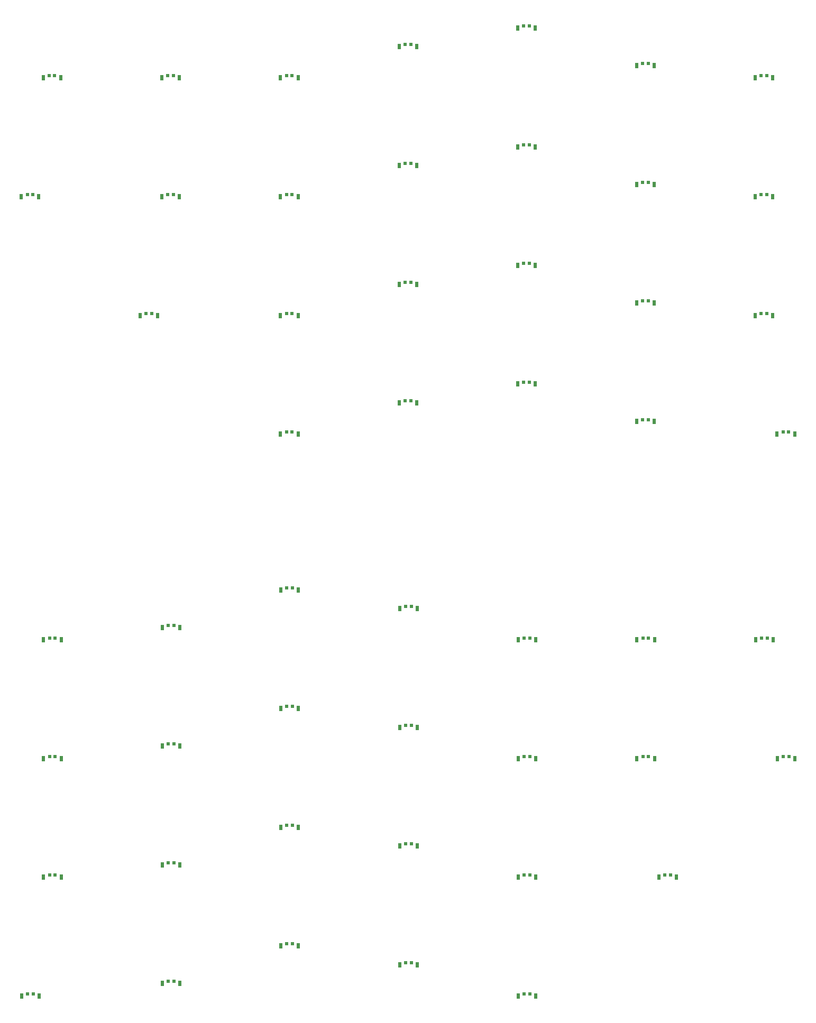
<source format=gbr>
%TF.GenerationSoftware,KiCad,Pcbnew,(6.0.6)*%
%TF.CreationDate,2022-09-05T11:06:27-07:00*%
%TF.ProjectId,Nour-Valkyrie,4e6f7572-2d56-4616-9c6b-797269652e6b,rev?*%
%TF.SameCoordinates,Original*%
%TF.FileFunction,Paste,Bot*%
%TF.FilePolarity,Positive*%
%FSLAX46Y46*%
G04 Gerber Fmt 4.6, Leading zero omitted, Abs format (unit mm)*
G04 Created by KiCad (PCBNEW (6.0.6)) date 2022-09-05 11:06:27*
%MOMM*%
%LPD*%
G01*
G04 APERTURE LIST*
%ADD10R,0.600000X0.900000*%
%ADD11R,0.600000X0.550000*%
G04 APERTURE END LIST*
D10*
%TO.C,D53*%
X150467000Y-206517000D03*
D11*
X149517000Y-206192000D03*
X148617000Y-206192000D03*
D10*
X147667000Y-206517000D03*
%TD*%
%TO.C,D61*%
X112467000Y-220517000D03*
D11*
X111517000Y-220192000D03*
X110617000Y-220192000D03*
D10*
X109667000Y-220517000D03*
%TD*%
%TO.C,D71*%
X55467000Y-187517000D03*
D11*
X54517000Y-187192000D03*
X53617000Y-187192000D03*
D10*
X52667000Y-187517000D03*
%TD*%
%TO.C,D64*%
X93467000Y-198517000D03*
D11*
X92517000Y-198192000D03*
X91617000Y-198192000D03*
D10*
X90667000Y-198517000D03*
%TD*%
%TO.C,D55*%
X131467000Y-187517000D03*
D11*
X130517000Y-187192000D03*
X129617000Y-187192000D03*
D10*
X128667000Y-187517000D03*
%TD*%
%TO.C,D9*%
X169400000Y-97500000D03*
D11*
X168450000Y-97175000D03*
X167550000Y-97175000D03*
D10*
X166600000Y-97500000D03*
%TD*%
%TO.C,D59*%
X112467000Y-182517000D03*
D11*
X111517000Y-182192000D03*
X110617000Y-182192000D03*
D10*
X109667000Y-182517000D03*
%TD*%
%TO.C,D68*%
X74467000Y-204517000D03*
D11*
X73517000Y-204192000D03*
X72617000Y-204192000D03*
D10*
X71667000Y-204517000D03*
%TD*%
%TO.C,D72*%
X55467000Y-206517000D03*
D11*
X54517000Y-206192000D03*
X53617000Y-206192000D03*
D10*
X52667000Y-206517000D03*
%TD*%
%TO.C,D74*%
X51967000Y-244517000D03*
D11*
X51017000Y-244192000D03*
X50117000Y-244192000D03*
D10*
X49167000Y-244517000D03*
%TD*%
%TO.C,D23*%
X112400000Y-130549000D03*
D11*
X111450000Y-130224000D03*
X110550000Y-130224000D03*
D10*
X109600000Y-130549000D03*
%TD*%
%TO.C,D56*%
X131467000Y-206517000D03*
D11*
X130517000Y-206192000D03*
X129617000Y-206192000D03*
D10*
X128667000Y-206517000D03*
%TD*%
%TO.C,D12*%
X172900000Y-154549000D03*
D11*
X171950000Y-154224000D03*
X171050000Y-154224000D03*
D10*
X170100000Y-154549000D03*
%TD*%
%TO.C,D26*%
X93400000Y-116549000D03*
D11*
X92450000Y-116224000D03*
X91550000Y-116224000D03*
D10*
X90600000Y-116549000D03*
%TD*%
%TO.C,D20*%
X131400000Y-146549000D03*
D11*
X130450000Y-146224000D03*
X129550000Y-146224000D03*
D10*
X128600000Y-146549000D03*
%TD*%
%TO.C,D62*%
X112467000Y-239517000D03*
D11*
X111517000Y-239192000D03*
X110617000Y-239192000D03*
D10*
X109667000Y-239517000D03*
%TD*%
%TO.C,D28*%
X93400000Y-154549000D03*
D11*
X92450000Y-154224000D03*
X91550000Y-154224000D03*
D10*
X90600000Y-154549000D03*
%TD*%
%TO.C,D33*%
X51900000Y-116549000D03*
D11*
X50950000Y-116224000D03*
X50050000Y-116224000D03*
D10*
X49100000Y-116549000D03*
%TD*%
%TO.C,D65*%
X93467000Y-217517000D03*
D11*
X92517000Y-217192000D03*
X91617000Y-217192000D03*
D10*
X90667000Y-217517000D03*
%TD*%
%TO.C,D57*%
X131467000Y-225517000D03*
D11*
X130517000Y-225192000D03*
X129617000Y-225192000D03*
D10*
X128667000Y-225517000D03*
%TD*%
%TO.C,D69*%
X74467000Y-223517000D03*
D11*
X73517000Y-223192000D03*
X72617000Y-223192000D03*
D10*
X71667000Y-223517000D03*
%TD*%
%TO.C,D10*%
X169400000Y-116549000D03*
D11*
X168450000Y-116224000D03*
X167550000Y-116224000D03*
D10*
X166600000Y-116549000D03*
%TD*%
%TO.C,D31*%
X70900000Y-135549000D03*
D11*
X69950000Y-135224000D03*
X69050000Y-135224000D03*
D10*
X68100000Y-135549000D03*
%TD*%
%TO.C,D21*%
X112400000Y-92500000D03*
D11*
X111450000Y-92175000D03*
X110550000Y-92175000D03*
D10*
X109600000Y-92500000D03*
%TD*%
%TO.C,D25*%
X93400000Y-97500000D03*
D11*
X92450000Y-97175000D03*
X91550000Y-97175000D03*
D10*
X90600000Y-97500000D03*
%TD*%
%TO.C,D70*%
X74467000Y-242517000D03*
D11*
X73517000Y-242192000D03*
X72617000Y-242192000D03*
D10*
X71667000Y-242517000D03*
%TD*%
%TO.C,D18*%
X131400000Y-108549000D03*
D11*
X130450000Y-108224000D03*
X129550000Y-108224000D03*
D10*
X128600000Y-108549000D03*
%TD*%
%TO.C,D17*%
X131400000Y-89500000D03*
D11*
X130450000Y-89175000D03*
X129550000Y-89175000D03*
D10*
X128600000Y-89500000D03*
%TD*%
%TO.C,D60*%
X112467000Y-201517000D03*
D11*
X111517000Y-201192000D03*
X110617000Y-201192000D03*
D10*
X109667000Y-201517000D03*
%TD*%
%TO.C,D63*%
X93467000Y-179517000D03*
D11*
X92517000Y-179192000D03*
X91617000Y-179192000D03*
D10*
X90667000Y-179517000D03*
%TD*%
%TO.C,D13*%
X150400000Y-95500000D03*
D11*
X149450000Y-95175000D03*
X148550000Y-95175000D03*
D10*
X147600000Y-95500000D03*
%TD*%
%TO.C,D51*%
X172967000Y-206517000D03*
D11*
X172017000Y-206192000D03*
X171117000Y-206192000D03*
D10*
X170167000Y-206517000D03*
%TD*%
%TO.C,D22*%
X112400000Y-111549000D03*
D11*
X111450000Y-111224000D03*
X110550000Y-111224000D03*
D10*
X109600000Y-111549000D03*
%TD*%
%TO.C,D52*%
X150467000Y-187517000D03*
D11*
X149517000Y-187192000D03*
X148617000Y-187192000D03*
D10*
X147667000Y-187517000D03*
%TD*%
%TO.C,D32*%
X55400000Y-97500000D03*
D11*
X54450000Y-97175000D03*
X53550000Y-97175000D03*
D10*
X52600000Y-97500000D03*
%TD*%
%TO.C,D58*%
X131467000Y-244517000D03*
D11*
X130517000Y-244192000D03*
X129617000Y-244192000D03*
D10*
X128667000Y-244517000D03*
%TD*%
%TO.C,D24*%
X112400000Y-149549000D03*
D11*
X111450000Y-149224000D03*
X110550000Y-149224000D03*
D10*
X109600000Y-149549000D03*
%TD*%
%TO.C,D15*%
X150400000Y-133549000D03*
D11*
X149450000Y-133224000D03*
X148550000Y-133224000D03*
D10*
X147600000Y-133549000D03*
%TD*%
%TO.C,D67*%
X74467000Y-185517000D03*
D11*
X73517000Y-185192000D03*
X72617000Y-185192000D03*
D10*
X71667000Y-185517000D03*
%TD*%
%TO.C,D29*%
X74400000Y-97500000D03*
D11*
X73450000Y-97175000D03*
X72550000Y-97175000D03*
D10*
X71600000Y-97500000D03*
%TD*%
%TO.C,D16*%
X150400000Y-152549000D03*
D11*
X149450000Y-152224000D03*
X148550000Y-152224000D03*
D10*
X147600000Y-152549000D03*
%TD*%
%TO.C,D66*%
X93467000Y-236517000D03*
D11*
X92517000Y-236192000D03*
X91617000Y-236192000D03*
D10*
X90667000Y-236517000D03*
%TD*%
%TO.C,D11*%
X169400000Y-135549000D03*
D11*
X168450000Y-135224000D03*
X167550000Y-135224000D03*
D10*
X166600000Y-135549000D03*
%TD*%
%TO.C,D19*%
X131400000Y-127549000D03*
D11*
X130450000Y-127224000D03*
X129550000Y-127224000D03*
D10*
X128600000Y-127549000D03*
%TD*%
%TO.C,D14*%
X150400000Y-114549000D03*
D11*
X149450000Y-114224000D03*
X148550000Y-114224000D03*
D10*
X147600000Y-114549000D03*
%TD*%
%TO.C,D50*%
X169467000Y-187517000D03*
D11*
X168517000Y-187192000D03*
X167617000Y-187192000D03*
D10*
X166667000Y-187517000D03*
%TD*%
%TO.C,D54*%
X153967000Y-225517000D03*
D11*
X153017000Y-225192000D03*
X152117000Y-225192000D03*
D10*
X151167000Y-225517000D03*
%TD*%
%TO.C,D27*%
X93400000Y-135549000D03*
D11*
X92450000Y-135224000D03*
X91550000Y-135224000D03*
D10*
X90600000Y-135549000D03*
%TD*%
%TO.C,D30*%
X74400000Y-116549000D03*
D11*
X73450000Y-116224000D03*
X72550000Y-116224000D03*
D10*
X71600000Y-116549000D03*
%TD*%
%TO.C,D73*%
X55467000Y-225517000D03*
D11*
X54517000Y-225192000D03*
X53617000Y-225192000D03*
D10*
X52667000Y-225517000D03*
%TD*%
M02*

</source>
